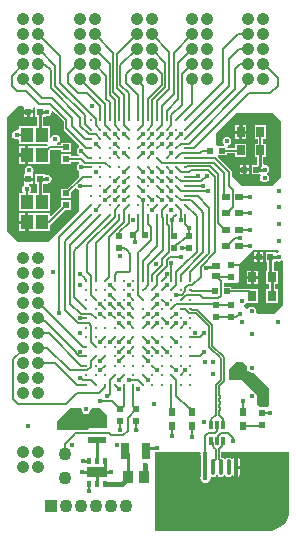
<source format=gtl>
G04*
G04 #@! TF.GenerationSoftware,Altium Limited,Altium Designer,20.2.6 (244)*
G04*
G04 Layer_Physical_Order=1*
G04 Layer_Color=255*
%FSLAX25Y25*%
%MOIN*%
G70*
G04*
G04 #@! TF.SameCoordinates,98B12EC8-E559-45FE-9E7D-FCD1A3165D23*
G04*
G04*
G04 #@! TF.FilePolarity,Positive*
G04*
G01*
G75*
%ADD15R,0.01575X0.01850*%
%ADD16R,0.01378X0.03150*%
%ADD17C,0.01181*%
%ADD18O,0.01575X0.05315*%
%ADD19R,0.07480X0.07087*%
G04:AMPARAMS|DCode=20|XSize=62.99mil|YSize=55.12mil|CornerRadius=13.78mil|HoleSize=0mil|Usage=FLASHONLY|Rotation=180.000|XOffset=0mil|YOffset=0mil|HoleType=Round|Shape=RoundedRectangle|*
%AMROUNDEDRECTD20*
21,1,0.06299,0.02756,0,0,180.0*
21,1,0.03543,0.05512,0,0,180.0*
1,1,0.02756,-0.01772,0.01378*
1,1,0.02756,0.01772,0.01378*
1,1,0.02756,0.01772,-0.01378*
1,1,0.02756,-0.01772,-0.01378*
%
%ADD20ROUNDEDRECTD20*%
%ADD21R,0.01968X0.01968*%
%ADD22R,0.02953X0.02362*%
%ADD23R,0.02362X0.02953*%
%ADD24R,0.02559X0.03347*%
%ADD25R,0.01968X0.01968*%
%ADD26R,0.03937X0.04724*%
%ADD27R,0.06299X0.01968*%
%ADD28C,0.01260*%
%ADD29R,0.03150X0.05512*%
%ADD30R,0.03543X0.03937*%
%ADD31R,0.02520X0.02362*%
%ADD53C,0.04331*%
%ADD54R,0.04331X0.04331*%
%ADD55C,0.00500*%
%ADD56C,0.00500*%
%ADD57R,0.06693X0.03740*%
%ADD58C,0.01181*%
%ADD59C,0.01000*%
%ADD60C,0.01575*%
%ADD61O,0.03543X0.06299*%
%ADD62C,0.04134*%
%ADD63C,0.01772*%
G36*
X37008Y39370D02*
Y35039D01*
X30709Y35039D01*
X30315Y34646D01*
X20079Y34646D01*
Y37402D01*
X24409Y41732D01*
X28100D01*
X28417Y41346D01*
X28416Y41339D01*
X28530Y40762D01*
X28857Y40274D01*
X29345Y39948D01*
X29921Y39833D01*
X30497Y39948D01*
X30986Y40274D01*
X31312Y40762D01*
X31427Y41339D01*
X31425Y41346D01*
X31742Y41732D01*
X34646D01*
X37008Y39370D01*
D02*
G37*
G36*
X97622Y7874D02*
X97622Y7874D01*
X97622D01*
X97486Y6494D01*
X97084Y5168D01*
X96430Y3946D01*
X95551Y2874D01*
X94479Y1995D01*
X93257Y1342D01*
X91931Y939D01*
X90551Y803D01*
X90551Y803D01*
Y803D01*
X90551Y803D01*
X52756D01*
Y27165D01*
X67643D01*
X68036Y26665D01*
X67979Y26378D01*
X68109Y25725D01*
X68280Y25469D01*
Y24748D01*
X68202Y24630D01*
X68079Y24016D01*
Y20276D01*
X68202Y19661D01*
X68280Y19544D01*
Y19413D01*
X68109Y19157D01*
X67979Y18504D01*
X68109Y17851D01*
X68479Y17298D01*
X69032Y16928D01*
X69685Y16798D01*
X70338Y16928D01*
X70891Y17298D01*
X71261Y17851D01*
X71391Y18504D01*
X71372Y18600D01*
X71504Y18749D01*
X71811Y18957D01*
X72244Y18871D01*
X72782Y18978D01*
X73217Y19269D01*
X73349Y19336D01*
X73698D01*
X73830Y19269D01*
X74265Y18978D01*
X74803Y18871D01*
X75341Y18978D01*
X75776Y19269D01*
X75908Y19336D01*
X76257D01*
X76389Y19269D01*
X76825Y18978D01*
X77362Y18871D01*
X77900Y18978D01*
X78335Y19269D01*
X78468Y19336D01*
X78816D01*
X78948Y19269D01*
X79384Y18978D01*
X79421Y18970D01*
Y22146D01*
Y25321D01*
X79384Y25314D01*
X78948Y25023D01*
X78816Y24955D01*
X78468D01*
X78335Y25023D01*
X77900Y25314D01*
X77362Y25421D01*
X76825Y25314D01*
X76389Y25023D01*
X76257Y24955D01*
X75908D01*
X75776Y25023D01*
X75341Y25314D01*
X74979Y25386D01*
Y27165D01*
X97622D01*
Y7874D01*
D02*
G37*
G36*
X83660Y55711D02*
X83649Y55694D01*
X83534Y55118D01*
X83649Y54542D01*
X83975Y54054D01*
X84463Y53727D01*
X85039Y53613D01*
X85615Y53727D01*
X85632Y53738D01*
X90945Y48425D01*
X90945Y42913D01*
X90158Y42126D01*
X87795D01*
X87008Y42913D01*
Y46063D01*
X81890Y51181D01*
X77559D01*
Y54724D01*
X79921Y57087D01*
X82284D01*
X83660Y55711D01*
D02*
G37*
G36*
X9055Y142020D02*
Y141051D01*
X10630D01*
X12205D01*
Y141806D01*
X12563Y142208D01*
X12652Y142254D01*
X12878Y142243D01*
X12992Y142020D01*
Y138976D01*
X13455D01*
Y136179D01*
X13102Y135825D01*
X12599Y135825D01*
X12099Y135825D01*
X7481D01*
Y134677D01*
X6981Y134320D01*
X6693Y134377D01*
X6117Y134263D01*
X5629Y133937D01*
X5302Y133448D01*
X5188Y132872D01*
X5302Y132296D01*
X5629Y131808D01*
X6117Y131481D01*
X6693Y131367D01*
X6981Y131424D01*
X7481Y131068D01*
Y129919D01*
X12099D01*
X12599Y129919D01*
X13099Y129919D01*
X16873D01*
X16942Y129833D01*
X17087Y129421D01*
X16877Y129148D01*
X16794Y129132D01*
X13099D01*
X12599Y129132D01*
X12099Y129132D01*
X10540D01*
Y126179D01*
Y123226D01*
X12099D01*
X12599Y123226D01*
X13099Y123226D01*
X17717D01*
Y127579D01*
X17876Y127685D01*
X18074Y127883D01*
X21654D01*
Y127165D01*
X24803D01*
Y130315D01*
X21654D01*
Y129597D01*
X20269D01*
X20220Y130097D01*
X20261Y130105D01*
X20749Y130432D01*
X21076Y130920D01*
X21190Y131496D01*
X21076Y132072D01*
X20749Y132561D01*
X20261Y132887D01*
X19685Y133001D01*
X19109Y132887D01*
X18621Y132561D01*
X18294Y132072D01*
X18217Y131685D01*
X17717Y131735D01*
Y135825D01*
X15679D01*
Y138887D01*
X16142Y138976D01*
D01*
X16642Y139103D01*
X16929Y139046D01*
X17505Y139161D01*
X17993Y139487D01*
X18320Y139975D01*
X18434Y140551D01*
X18405Y140700D01*
X18866Y140946D01*
X19866Y139945D01*
X19866Y139945D01*
X22371Y137440D01*
Y135039D01*
X22437Y134711D01*
X22622Y134433D01*
X27559Y129497D01*
Y128808D01*
X27282Y128623D01*
X26956Y128135D01*
X26841Y127559D01*
X26956Y126983D01*
X27282Y126495D01*
X27559Y126310D01*
Y125660D01*
X24803D01*
Y126378D01*
X21654D01*
Y123228D01*
X24803D01*
Y123946D01*
X27559D01*
Y123297D01*
X27282Y123112D01*
X26956Y122623D01*
X26841Y122047D01*
X26956Y121471D01*
X27282Y120983D01*
X27559Y120798D01*
Y118929D01*
X23591Y114961D01*
X21654D01*
Y111811D01*
X24803D01*
Y113749D01*
X26114Y115059D01*
X26711Y114949D01*
X26888Y114684D01*
X27377Y114357D01*
X27559Y114321D01*
Y107480D01*
X17323Y97244D01*
X7087Y97244D01*
X3543Y100787D01*
X3543Y138976D01*
X7087Y142520D01*
X8798D01*
X9055Y142020D01*
D02*
G37*
G36*
X94882Y137402D02*
Y118898D01*
X91732Y115748D01*
X81890D01*
X78465Y119173D01*
Y120423D01*
X78400Y120751D01*
X78214Y121029D01*
X73759Y125484D01*
X73966Y125984D01*
X76772D01*
Y126702D01*
X79528D01*
Y125394D01*
X83268D01*
Y129921D01*
X79528D01*
Y128416D01*
X77141D01*
X76955Y128668D01*
X77106Y129254D01*
X77207Y129290D01*
X77348Y129318D01*
X77836Y129644D01*
X78162Y130133D01*
X78277Y130709D01*
X78162Y131285D01*
X77836Y131773D01*
X77348Y132099D01*
X76772Y132214D01*
X76196Y132099D01*
X75707Y131773D01*
X75381Y131285D01*
X75266Y130709D01*
X75381Y130133D01*
X75707Y129644D01*
X75723Y129634D01*
X75571Y129134D01*
X73728D01*
X73228Y129391D01*
X73228Y133465D01*
X79921Y140157D01*
X92126D01*
X94882Y137402D01*
D02*
G37*
G36*
X94085Y94104D02*
X93891Y93591D01*
X93518Y93517D01*
X93413Y93446D01*
X92913Y93701D01*
Y93701D01*
X89764D01*
Y90551D01*
X90227D01*
Y87598D01*
X89961D01*
Y83071D01*
X90719D01*
Y81496D01*
X89961D01*
Y76968D01*
X93701D01*
Y81496D01*
X92943D01*
Y83071D01*
X93701D01*
Y87598D01*
X92450D01*
Y90461D01*
X92913Y90551D01*
D01*
X93413Y90806D01*
X93518Y90735D01*
X94095Y90621D01*
X94670Y90735D01*
X95159Y91062D01*
X95169Y91077D01*
X95669Y90926D01*
Y75984D01*
X92913Y73228D01*
X86844D01*
X86488Y73728D01*
X86545Y74016D01*
X86430Y74592D01*
X86104Y75080D01*
X85615Y75406D01*
X85039Y75521D01*
X84463Y75406D01*
X83975Y75080D01*
X83879Y74936D01*
X83381Y74887D01*
X82553Y75715D01*
X82670Y76305D01*
X82954Y76495D01*
X83082Y76686D01*
X83465Y76968D01*
X87205D01*
Y81496D01*
X84388D01*
X84305Y81512D01*
X84126D01*
X83858Y81566D01*
X78347D01*
Y82284D01*
X75984D01*
Y83465D01*
X80315D01*
X80709Y83858D01*
Y89764D01*
X85227Y94282D01*
X85535Y94488D01*
X93701D01*
X94085Y94104D01*
D02*
G37*
%LPC*%
G36*
X80421Y25321D02*
Y22646D01*
X81326D01*
Y24016D01*
X81219Y24553D01*
X80915Y25009D01*
X80459Y25314D01*
X80421Y25321D01*
D02*
G37*
G36*
X81326Y21646D02*
X80421D01*
Y18970D01*
X80459Y18978D01*
X80915Y19282D01*
X81219Y19738D01*
X81326Y20276D01*
Y21646D01*
D02*
G37*
G36*
X12205Y140051D02*
X11130D01*
Y138976D01*
X12205D01*
Y140051D01*
D02*
G37*
G36*
X10130D02*
X9055D01*
Y138976D01*
X10130D01*
Y140051D01*
D02*
G37*
G36*
X9540Y129132D02*
X7481D01*
Y126679D01*
X9540D01*
Y129132D01*
D02*
G37*
G36*
Y125679D02*
X7481D01*
Y123226D01*
X9540D01*
Y125679D01*
D02*
G37*
G36*
X10866Y122529D02*
X10290Y122414D01*
X9802Y122088D01*
X9475Y121600D01*
X9361Y121024D01*
X9475Y120448D01*
X9651Y120185D01*
X9384Y119685D01*
X9055D01*
Y118610D01*
X10630D01*
X12205D01*
Y119685D01*
X12205D01*
X12082Y120185D01*
X12257Y120448D01*
X12371Y121024D01*
X12257Y121600D01*
X11930Y122088D01*
X11442Y122414D01*
X10866Y122529D01*
D02*
G37*
G36*
X16142Y119685D02*
Y119685D01*
X12992D01*
Y116535D01*
X13455D01*
Y113738D01*
X13102Y113384D01*
X12599Y113384D01*
X12099Y113384D01*
X11465D01*
X11229Y113884D01*
X11431Y114187D01*
X11546Y114763D01*
X11431Y115339D01*
X11105Y115827D01*
X10793Y116035D01*
X10945Y116535D01*
X12205D01*
Y117610D01*
X10630D01*
X9055D01*
Y116535D01*
X9136D01*
X9287Y116035D01*
X8976Y115827D01*
X8649Y115339D01*
X8535Y114763D01*
X8649Y114187D01*
X8852Y113884D01*
X8615Y113384D01*
X7481D01*
Y107478D01*
X12099D01*
X12599Y107478D01*
X13099Y107478D01*
X17717D01*
Y113384D01*
X15679D01*
Y116446D01*
X16142Y116535D01*
D01*
X16642Y116662D01*
X16929Y116605D01*
X17505Y116719D01*
X17993Y117046D01*
X18320Y117534D01*
X18434Y118110D01*
X18320Y118686D01*
X17993Y119175D01*
X17505Y119501D01*
X16929Y119615D01*
X16642Y119558D01*
X16142Y119685D01*
D02*
G37*
G36*
X24803Y111024D02*
X21654D01*
Y109086D01*
X18179Y105612D01*
X17717Y105803D01*
Y106691D01*
X13099D01*
X12599Y106691D01*
X12099Y106691D01*
X10540D01*
Y103738D01*
Y100786D01*
X12099D01*
X12599Y100786D01*
X13099Y100786D01*
X17717D01*
Y102921D01*
X17846Y102946D01*
X18124Y103132D01*
X22866Y107874D01*
X24803D01*
Y111024D01*
D02*
G37*
G36*
X9540Y106691D02*
X7481D01*
Y104238D01*
X9540D01*
Y106691D01*
D02*
G37*
G36*
Y103238D02*
X7481D01*
Y100786D01*
X9540D01*
Y103238D01*
D02*
G37*
G36*
X83268Y136024D02*
X81898D01*
Y134260D01*
X83268D01*
Y136024D01*
D02*
G37*
G36*
X80898D02*
X79528D01*
Y134260D01*
X80898D01*
Y136024D01*
D02*
G37*
G36*
X83268Y133260D02*
X81898D01*
Y131496D01*
X83268D01*
Y133260D01*
D02*
G37*
G36*
X80898D02*
X79528D01*
Y131496D01*
X80898D01*
Y133260D01*
D02*
G37*
G36*
X84252Y122835D02*
X83177D01*
Y121760D01*
X84252D01*
Y122835D01*
D02*
G37*
G36*
X82177D02*
X81102D01*
Y121760D01*
X82177D01*
Y122835D01*
D02*
G37*
G36*
X84252Y120760D02*
X83177D01*
Y119685D01*
X84252D01*
Y120760D01*
D02*
G37*
G36*
X82177D02*
X81102D01*
Y119685D01*
X82177D01*
Y120760D01*
D02*
G37*
G36*
X89764Y136024D02*
X86024D01*
Y131496D01*
X87037D01*
Y129921D01*
X86024D01*
Y125394D01*
X86782D01*
Y123000D01*
X86616Y122835D01*
X85039D01*
Y119685D01*
X87782D01*
X88050Y119185D01*
X87979Y119080D01*
X87865Y118504D01*
X87979Y117928D01*
X88306Y117439D01*
X88794Y117113D01*
X89370Y116999D01*
X89946Y117113D01*
X90434Y117439D01*
X90761Y117928D01*
X90875Y118504D01*
X90761Y119080D01*
X90434Y119568D01*
X90339Y119632D01*
Y120132D01*
X90434Y120195D01*
X90761Y120684D01*
X90875Y121260D01*
X90761Y121836D01*
X90434Y122324D01*
X89946Y122651D01*
X89370Y122765D01*
X89006Y123064D01*
Y125394D01*
X89764D01*
Y129921D01*
X88751D01*
Y131496D01*
X89764D01*
Y136024D01*
D02*
G37*
G36*
X88976Y93701D02*
X87902D01*
Y92626D01*
X88976D01*
Y93701D01*
D02*
G37*
G36*
X86902D02*
X85827D01*
Y92626D01*
X86902D01*
Y93701D01*
D02*
G37*
G36*
X88976Y91626D02*
X87902D01*
Y90551D01*
X88976D01*
Y91626D01*
D02*
G37*
G36*
X86902D02*
X85827D01*
Y90551D01*
X86902D01*
Y91626D01*
D02*
G37*
G36*
X87205Y87598D02*
X85835D01*
Y85835D01*
X87205D01*
Y87598D01*
D02*
G37*
G36*
X84835D02*
X83465D01*
Y85835D01*
X84835D01*
Y87598D01*
D02*
G37*
G36*
X87205Y84835D02*
X85835D01*
Y83071D01*
X87205D01*
Y84835D01*
D02*
G37*
G36*
X84835D02*
X83465D01*
Y83071D01*
X84835D01*
Y84835D01*
D02*
G37*
%LPD*%
D15*
X36024Y16634D02*
D03*
X30906D02*
D03*
X33465D02*
D03*
X30906Y24311D02*
D03*
X33465D02*
D03*
X36024D02*
D03*
D16*
X71653Y30709D02*
D03*
X73622D02*
D03*
X75590D02*
D03*
Y36221D02*
D03*
X71653D02*
D03*
X73621Y36221D02*
D03*
D17*
X29921Y49606D02*
D03*
Y52756D02*
D03*
Y55905D02*
D03*
Y59055D02*
D03*
Y62205D02*
D03*
Y65354D02*
D03*
Y68504D02*
D03*
Y71653D02*
D03*
Y74803D02*
D03*
Y77953D02*
D03*
Y81102D02*
D03*
Y84252D02*
D03*
X33071Y49606D02*
D03*
Y52756D02*
D03*
Y55905D02*
D03*
Y59055D02*
D03*
Y62205D02*
D03*
Y65354D02*
D03*
Y68504D02*
D03*
Y71653D02*
D03*
Y74803D02*
D03*
Y77953D02*
D03*
Y81102D02*
D03*
Y84252D02*
D03*
X36220Y49606D02*
D03*
Y52756D02*
D03*
Y55905D02*
D03*
Y59055D02*
D03*
Y62205D02*
D03*
Y65354D02*
D03*
Y68504D02*
D03*
Y71653D02*
D03*
Y74803D02*
D03*
Y77953D02*
D03*
Y81102D02*
D03*
Y84252D02*
D03*
X39370Y49606D02*
D03*
Y52756D02*
D03*
Y55905D02*
D03*
Y59055D02*
D03*
Y62205D02*
D03*
Y65354D02*
D03*
Y68504D02*
D03*
Y71653D02*
D03*
Y74803D02*
D03*
Y77953D02*
D03*
Y81102D02*
D03*
Y84252D02*
D03*
X42520Y49606D02*
D03*
Y52756D02*
D03*
Y55905D02*
D03*
Y59055D02*
D03*
Y62205D02*
D03*
Y65354D02*
D03*
Y68504D02*
D03*
Y71653D02*
D03*
Y74803D02*
D03*
Y77953D02*
D03*
Y81102D02*
D03*
Y84252D02*
D03*
X45669Y49606D02*
D03*
Y52756D02*
D03*
Y55905D02*
D03*
Y59055D02*
D03*
Y62205D02*
D03*
Y65354D02*
D03*
Y68504D02*
D03*
Y71653D02*
D03*
Y74803D02*
D03*
Y77953D02*
D03*
Y81102D02*
D03*
Y84252D02*
D03*
X48819Y49606D02*
D03*
Y52756D02*
D03*
Y55905D02*
D03*
Y59055D02*
D03*
Y62205D02*
D03*
Y65354D02*
D03*
Y68504D02*
D03*
Y71653D02*
D03*
Y74803D02*
D03*
Y77953D02*
D03*
Y81102D02*
D03*
Y84252D02*
D03*
X51968Y49606D02*
D03*
Y52756D02*
D03*
Y55905D02*
D03*
Y59055D02*
D03*
Y62205D02*
D03*
Y65354D02*
D03*
Y68504D02*
D03*
Y71653D02*
D03*
Y74803D02*
D03*
Y77953D02*
D03*
Y81102D02*
D03*
Y84252D02*
D03*
X55118Y49606D02*
D03*
Y52756D02*
D03*
Y55905D02*
D03*
Y59055D02*
D03*
Y62205D02*
D03*
Y65354D02*
D03*
Y68504D02*
D03*
Y71653D02*
D03*
Y74803D02*
D03*
Y77953D02*
D03*
Y81102D02*
D03*
Y84252D02*
D03*
X58268Y49606D02*
D03*
Y52756D02*
D03*
Y55905D02*
D03*
Y59055D02*
D03*
Y62205D02*
D03*
Y65354D02*
D03*
Y68504D02*
D03*
Y71653D02*
D03*
Y74803D02*
D03*
Y77953D02*
D03*
Y81102D02*
D03*
Y84252D02*
D03*
X61417Y49606D02*
D03*
Y52756D02*
D03*
Y55905D02*
D03*
Y59055D02*
D03*
Y62205D02*
D03*
Y65354D02*
D03*
Y68504D02*
D03*
Y71653D02*
D03*
Y74803D02*
D03*
Y77953D02*
D03*
Y81102D02*
D03*
Y84252D02*
D03*
X64567Y49606D02*
D03*
Y52756D02*
D03*
Y55905D02*
D03*
Y59055D02*
D03*
Y62205D02*
D03*
Y65354D02*
D03*
Y68504D02*
D03*
Y71653D02*
D03*
Y74803D02*
D03*
Y77953D02*
D03*
Y81102D02*
D03*
Y84252D02*
D03*
D18*
X77362Y22146D02*
D03*
X79921D02*
D03*
X69685D02*
D03*
X72244D02*
D03*
X74803D02*
D03*
D19*
X70079Y11614D02*
D03*
X79528D02*
D03*
D20*
X62205Y21260D02*
D03*
X87402D02*
D03*
D21*
X40945Y99213D02*
D03*
Y95276D02*
D03*
X88583Y36220D02*
D03*
Y40157D02*
D03*
X23228Y109449D02*
D03*
Y113386D02*
D03*
Y128740D02*
D03*
Y124803D02*
D03*
X41339Y41339D02*
D03*
Y37402D02*
D03*
X46457Y41339D02*
D03*
Y37402D02*
D03*
X59055Y99213D02*
D03*
Y95276D02*
D03*
X64173D02*
D03*
Y99213D02*
D03*
X73228Y72047D02*
D03*
Y75984D02*
D03*
X78347D02*
D03*
Y72047D02*
D03*
X78347Y89370D02*
D03*
Y85433D02*
D03*
D22*
X76476Y112205D02*
D03*
X81004D02*
D03*
X76476Y106693D02*
D03*
X81004D02*
D03*
X76476Y101181D02*
D03*
X81004D02*
D03*
X76476Y95669D02*
D03*
X81004D02*
D03*
D23*
X65354Y40453D02*
D03*
Y35925D02*
D03*
X58661Y40453D02*
D03*
Y35925D02*
D03*
X82284Y40453D02*
D03*
Y35925D02*
D03*
D24*
X87894Y133760D02*
D03*
Y127657D02*
D03*
X81398Y133760D02*
D03*
Y127657D02*
D03*
X91831Y85335D02*
D03*
Y79232D02*
D03*
X85335Y85335D02*
D03*
Y79232D02*
D03*
D25*
X76772Y80709D02*
D03*
X72835D02*
D03*
X91339Y92126D02*
D03*
X87402D02*
D03*
X14567Y118110D02*
D03*
X10630D02*
D03*
X14567Y140551D02*
D03*
X10630D02*
D03*
X45669Y99606D02*
D03*
X49606D02*
D03*
X75197Y127559D02*
D03*
X71260D02*
D03*
X86614Y121260D02*
D03*
X82677D02*
D03*
D26*
X15158Y103738D02*
D03*
X10040D02*
D03*
X15158Y110431D02*
D03*
X10040D02*
D03*
X15158Y126179D02*
D03*
X10040D02*
D03*
X15158Y132872D02*
D03*
X10040D02*
D03*
D27*
X33465Y31299D02*
D03*
Y37205D02*
D03*
D28*
X62992Y106299D02*
D03*
X59843D02*
D03*
X56693D02*
D03*
X53543D02*
D03*
X50394D02*
D03*
X47244D02*
D03*
X44094D02*
D03*
X40945D02*
D03*
X37795D02*
D03*
X34646D02*
D03*
X31496D02*
D03*
X62992Y109449D02*
D03*
X59843D02*
D03*
X56693D02*
D03*
X53543D02*
D03*
X50394D02*
D03*
X47244D02*
D03*
X44094D02*
D03*
X40945D02*
D03*
X37795D02*
D03*
X34646D02*
D03*
X31496D02*
D03*
X62992Y112599D02*
D03*
X59843D02*
D03*
X56693D02*
D03*
X53543D02*
D03*
X50394D02*
D03*
X47244D02*
D03*
X44094D02*
D03*
X40945D02*
D03*
X37795D02*
D03*
X34646D02*
D03*
X31496D02*
D03*
X62992Y115748D02*
D03*
X59843D02*
D03*
X56693D02*
D03*
X53543D02*
D03*
X50394D02*
D03*
X47244D02*
D03*
X44094D02*
D03*
X40945D02*
D03*
X37795D02*
D03*
X34646D02*
D03*
X31496D02*
D03*
X62992Y118898D02*
D03*
X59843D02*
D03*
X56693D02*
D03*
X53543D02*
D03*
X50394D02*
D03*
X47244D02*
D03*
X44094D02*
D03*
X40945D02*
D03*
X37795D02*
D03*
X34646D02*
D03*
X31496D02*
D03*
X62992Y122047D02*
D03*
X59843D02*
D03*
X56693D02*
D03*
X53543D02*
D03*
X50394D02*
D03*
X47244D02*
D03*
X44094D02*
D03*
X40945D02*
D03*
X37795D02*
D03*
X34646D02*
D03*
X31496D02*
D03*
X62992Y125197D02*
D03*
X59843D02*
D03*
X56693D02*
D03*
X53543D02*
D03*
X50394D02*
D03*
X47244D02*
D03*
X44094D02*
D03*
X40945D02*
D03*
X37795D02*
D03*
X34646D02*
D03*
X31496D02*
D03*
X62992Y128347D02*
D03*
X59843D02*
D03*
X56693D02*
D03*
X53543D02*
D03*
X50394D02*
D03*
X47244D02*
D03*
X44094D02*
D03*
X40945D02*
D03*
X37795D02*
D03*
X34646D02*
D03*
X31496D02*
D03*
X62992Y131496D02*
D03*
X59843D02*
D03*
X56693D02*
D03*
X53543D02*
D03*
X50394D02*
D03*
X47244D02*
D03*
X44094D02*
D03*
X40945D02*
D03*
X37795D02*
D03*
X34646D02*
D03*
X31496D02*
D03*
X62992Y134646D02*
D03*
X59843D02*
D03*
X56693D02*
D03*
X53543D02*
D03*
X50394D02*
D03*
X47244D02*
D03*
X44094D02*
D03*
X40945D02*
D03*
X37795D02*
D03*
X34646D02*
D03*
X31496D02*
D03*
X62992Y137795D02*
D03*
X59843D02*
D03*
X56693D02*
D03*
X53543D02*
D03*
X50394D02*
D03*
X47244D02*
D03*
X44094D02*
D03*
X40945D02*
D03*
X37795D02*
D03*
X34646D02*
D03*
X31496D02*
D03*
D29*
X42912Y27559D02*
D03*
X49999D02*
D03*
D30*
X49114Y18898D02*
D03*
X43799D02*
D03*
D31*
X73228Y89134D02*
D03*
Y85669D02*
D03*
D53*
X22835Y26378D02*
D03*
Y18504D02*
D03*
X43209Y9055D02*
D03*
X38209D02*
D03*
X33209D02*
D03*
X28209D02*
D03*
X23209D02*
D03*
D54*
X18209D02*
D03*
D55*
X26205Y94709D02*
G03*
X25984Y94178I529J-532D01*
G01*
X70866Y108347D02*
G03*
X70647Y108881I-750J4D01*
G01*
X68898Y106776D02*
G03*
X68677Y107308I-750J0D01*
G01*
X66710Y93875D02*
G03*
X66929Y94405I-530J530D01*
G01*
X24410Y77055D02*
G03*
X24628Y76553I750J28D01*
G01*
X27733Y73448D02*
G03*
X28263Y73228I530J530D01*
G01*
X23056Y97662D02*
G03*
X22835Y97130I529J-532D01*
G01*
X24409Y77082D02*
G03*
X24410Y77055I750J0D01*
G01*
X70647Y93087D02*
G03*
X70866Y93622I-530J530D01*
G01*
X23056Y30142D02*
G03*
X22835Y29611I529J-532D01*
G01*
X26683Y33465D02*
G03*
X26159Y33246I5J-750D01*
G01*
X66929Y105201D02*
G03*
X66710Y105731I-750J0D01*
G01*
X67151Y112376D02*
G03*
X66618Y112599I-533J-528D01*
G01*
X65183Y110801D02*
G03*
X64650Y111024I-533J-528D01*
G01*
X68678Y93481D02*
G03*
X68898Y94011I-530J530D01*
G01*
X73621Y34251D02*
Y36221D01*
X72691Y33321D02*
X73621Y34251D01*
X69685Y26378D02*
Y32472D01*
X70535Y33321D01*
X72691D01*
X74122Y47771D02*
Y49086D01*
Y46014D02*
Y47771D01*
Y46014D02*
X74450D01*
Y45014D02*
Y46014D01*
X74122Y45014D02*
X74450D01*
X74122Y44014D02*
Y45014D01*
Y44014D02*
X74450D01*
Y43014D02*
Y44014D01*
X74122Y43014D02*
X74450D01*
X74122Y42014D02*
Y43014D01*
Y42014D02*
X74450D01*
Y41014D02*
Y42014D01*
X74122Y41014D02*
X74450D01*
X74122Y40014D02*
Y41014D01*
Y39514D02*
Y40014D01*
X74803Y51181D02*
Y58268D01*
X75803Y50767D02*
Y58682D01*
X71654Y61417D02*
X74410Y58661D01*
X74803Y58268D01*
X65181Y73570D02*
X66475D01*
X70866Y69179D01*
Y62205D02*
Y69179D01*
Y62205D02*
X71654Y61417D01*
X64053Y73563D02*
X65174D01*
X62813Y74803D02*
X64053Y73563D01*
X61417Y74803D02*
X62813D01*
X65174Y73563D02*
X65181Y73570D01*
X71866Y62619D02*
X75803Y58682D01*
X65282Y74570D02*
X66889D01*
X71866Y69593D01*
Y62619D02*
Y69593D01*
X64567Y74803D02*
X64697Y74673D01*
X65179D01*
X65282Y74570D01*
X73122Y49500D02*
X74803Y51181D01*
X73122Y39514D02*
Y49500D01*
X74122Y49086D02*
X75803Y50767D01*
X74122Y39514D02*
X75590Y38046D01*
Y36221D02*
Y38046D01*
X71653D02*
X73122Y39514D01*
X71653Y36221D02*
Y38046D01*
X59843Y76378D02*
X72568D01*
X63084Y79528D02*
X67716D01*
X65354Y82677D02*
X68110Y85433D01*
X63779Y82677D02*
X65354D01*
X62992Y81890D02*
X63779Y82677D01*
X62992Y80709D02*
Y81890D01*
X61811Y79528D02*
X62992Y80709D01*
X10040Y110431D02*
Y114763D01*
X73872Y32534D02*
X74803Y33465D01*
X77165D01*
X73622Y30709D02*
X73872Y30960D01*
Y32534D01*
X72244Y22146D02*
Y24016D01*
X74803Y22146D02*
Y24120D01*
X75151Y30270D02*
X75590Y30709D01*
X75151Y29056D02*
Y30270D01*
X74580Y28484D02*
X75151Y29056D01*
X74561Y28484D02*
X74580D01*
X74122Y28045D02*
X74561Y28484D01*
X74122Y24802D02*
Y28045D01*
Y24802D02*
X74803Y24120D01*
X73122Y24893D02*
Y28045D01*
X72244Y24016D02*
X73122Y24893D01*
X72682Y28484D02*
X73122Y28045D01*
X72664Y28484D02*
X72682D01*
X72092Y29056D02*
X72664Y28484D01*
X72092Y29056D02*
Y30270D01*
X71653Y30709D02*
X72092Y30270D01*
X25984Y94178D02*
X25984D01*
Y78745D02*
Y94178D01*
X27136Y95640D02*
X37795Y106299D01*
X26205Y94709D02*
X27136Y95640D01*
X30315Y96457D02*
X39370Y105512D01*
X30315Y87008D02*
Y96457D01*
X39370Y105512D02*
Y107874D01*
X33071Y84252D02*
Y96850D01*
X40852Y104632D01*
X37402Y85433D02*
Y98819D01*
X42520Y103937D01*
Y104724D01*
X42520Y104725D01*
X30315Y87008D02*
X31496Y85827D01*
X62992Y109449D02*
X66710Y105731D01*
X67151Y112376D02*
X70647Y108881D01*
X68898Y106776D02*
X68898Y96850D01*
X68605Y107379D02*
X68677Y107308D01*
X62205Y89370D02*
X66710Y93875D01*
X43378Y94417D02*
X44488Y93307D01*
Y87447D02*
Y93307D01*
X44291Y87250D02*
X44488Y87447D01*
X51462Y97919D02*
Y98786D01*
X48031Y94488D02*
X51462Y97919D01*
X53543Y95723D02*
Y106299D01*
X50394Y89370D02*
X51579Y90555D01*
X50394Y82677D02*
Y89370D01*
X49360Y81644D02*
X50394Y82677D01*
X36220Y84252D02*
X37402Y85433D01*
X55512Y94488D02*
Y105118D01*
X54921Y93898D02*
X55512Y94488D01*
X40945Y100394D02*
X44094Y103543D01*
X24628Y76553D02*
X27733Y73448D01*
X28263Y73228D02*
X28896Y73228D01*
X66929Y94920D02*
Y102173D01*
X70866Y93906D02*
Y108347D01*
X47244Y93701D02*
X47736Y94193D01*
X47244Y79528D02*
Y93701D01*
X53543Y95669D02*
Y95723D01*
X48819Y90945D02*
X53543Y95669D01*
X48819Y89226D02*
Y90945D01*
X50394Y103077D02*
Y106299D01*
Y103077D02*
X51069Y102403D01*
X51579Y90555D02*
X54921Y93898D01*
X57874Y92126D02*
X61417D01*
X56732Y90984D02*
X57874Y92126D01*
X56732Y89015D02*
Y90984D01*
X48819Y81102D02*
X49360Y81644D01*
X57421Y93733D02*
Y102441D01*
X56693Y103169D02*
X57421Y102441D01*
X58661Y104331D02*
X58905Y104574D01*
X58661Y99606D02*
Y104331D01*
X55118Y105512D02*
X55512Y105118D01*
X55118Y105512D02*
Y107874D01*
X56693Y109449D01*
X55832Y92144D02*
X57421Y93733D01*
X20866Y98819D02*
X31496Y109449D01*
X20866Y73622D02*
Y98819D01*
X24409Y94965D02*
X24409D01*
X24409Y96063D02*
X34646Y106299D01*
X29528Y104134D02*
X31496Y106102D01*
X23056Y97662D02*
X29528Y104134D01*
X24409Y77082D02*
Y94965D01*
X22835Y74409D02*
Y97130D01*
X24409Y94965D02*
Y96063D01*
X22835Y97130D02*
X22835D01*
X31496Y106102D02*
Y106299D01*
X22835Y74409D02*
X27165Y70079D01*
X33071Y107874D02*
X34646Y109449D01*
X27953Y51968D02*
X28740Y51181D01*
X31496D01*
X33071Y49606D01*
X70473Y121260D02*
X72835Y118898D01*
X64961Y121260D02*
X70473D01*
X70079Y119291D02*
Y119291D01*
X68110Y117323D02*
X70079Y119291D01*
X64173Y120472D02*
X64961Y121260D01*
X71260Y122441D02*
X74016Y119685D01*
Y103346D02*
Y119685D01*
X63591Y122441D02*
X71260D01*
X75984Y112697D02*
X76476Y112205D01*
X75984Y112697D02*
Y120079D01*
X72441Y123622D02*
X75984Y120079D01*
X77608Y115699D02*
X78740Y114567D01*
X77608Y115699D02*
Y120423D01*
X72835Y125197D02*
X77608Y120423D01*
X74016Y103346D02*
X76181Y101181D01*
X72835Y93701D02*
Y118898D01*
X68110Y88976D02*
X72835Y93701D01*
X62992Y122047D02*
X63198D01*
X63591Y122441D01*
X55118Y123622D02*
X72441D01*
X53543Y125197D02*
X55118Y123622D01*
X76772Y95669D02*
X79528Y98425D01*
X81102D01*
X76476Y106693D02*
X76772D01*
X77703Y107624D01*
Y107919D01*
X78740Y108957D01*
Y114567D01*
X81004Y112205D02*
X84646D01*
X25984Y78745D02*
X29921Y74803D01*
X27953Y86614D02*
X29581Y84986D01*
Y84777D02*
Y84986D01*
Y84777D02*
X29921Y84436D01*
Y84252D02*
Y84436D01*
X55118Y91339D02*
X55832Y92052D01*
Y92144D01*
X68110Y85433D02*
Y88976D01*
X70866Y93622D02*
Y93906D01*
X64567Y87008D02*
X70647Y93087D01*
X61417Y77953D02*
X61509D01*
X63084Y79528D01*
X59842Y79528D02*
X61811D01*
X73543Y85433D02*
X78347D01*
X73543D02*
X74238Y84738D01*
Y84659D02*
Y84738D01*
Y84659D02*
X74803Y84095D01*
Y79134D02*
Y84095D01*
X74016Y78347D02*
X74803Y79134D01*
X68898Y78347D02*
X74016D01*
X67716Y79528D02*
X68898Y78347D01*
X65145Y80709D02*
X72835D01*
X64751Y81102D02*
X65145Y80709D01*
X64567Y81102D02*
X64751D01*
X58268Y71654D02*
X59842Y73228D01*
X51968Y86221D02*
X55118Y89370D01*
Y91339D01*
X48819Y84252D02*
Y89226D01*
X51968Y84252D02*
Y86221D01*
X56693Y103169D02*
X56693Y103169D01*
Y106299D01*
X58268Y90158D02*
Y90551D01*
Y84252D02*
Y90158D01*
X53543Y85827D02*
X56732Y89015D01*
X53543Y82677D02*
Y85827D01*
X47736Y94193D02*
X48031Y94488D01*
X51462Y98786D02*
Y102009D01*
X55118Y77953D02*
X56693Y76378D01*
X51968Y74803D02*
X53543Y76378D01*
X53504Y79483D02*
Y79489D01*
X51974Y77953D02*
X53504Y79483D01*
X51968Y77953D02*
X51974D01*
X51968Y107874D02*
X53543Y109449D01*
X51069Y102403D02*
X51462Y102009D01*
X56693Y82677D02*
X56766D01*
X55118Y81102D02*
X56693Y82677D01*
X50394Y51181D02*
X50414D01*
X48819Y52756D02*
X50394Y51181D01*
X44094Y51181D02*
X47244D01*
X39370Y49606D02*
X40945Y48031D01*
X28898Y62205D02*
X29921D01*
X14531Y76572D02*
X28898Y62205D01*
X16162Y70846D02*
X26417Y60591D01*
Y59994D02*
Y60591D01*
X13917Y71791D02*
X14901D01*
X15846Y70846D01*
X16162D01*
X26417Y59994D02*
X27356Y59055D01*
X29921D01*
X37795Y82677D02*
X39370Y81102D01*
X55118Y71654D02*
X56693Y70079D01*
X55118Y84252D02*
X56450Y85583D01*
Y86106D01*
X56693Y86349D01*
X58268Y68504D02*
X59843Y70079D01*
X26689Y33465D02*
X37402D01*
X22835Y25984D02*
Y29611D01*
X22835D02*
X22835D01*
X23056Y30142D02*
X26159Y33246D01*
X26683Y33465D02*
X26689Y33465D01*
X37402D02*
X38189Y32677D01*
X42126D01*
X43701Y34252D01*
Y38583D01*
X46457Y41339D01*
X31496Y57480D02*
X33071Y59055D01*
X31496Y55512D02*
Y57480D01*
X30315Y54331D02*
X31496Y55512D01*
X24409Y54331D02*
X30315D01*
X16929Y61811D02*
X24409Y54331D01*
X14331Y61811D02*
X16929D01*
X13917Y61791D02*
X14331Y61811D01*
X13917Y76791D02*
X14531Y76572D01*
X8702Y61182D02*
X8917Y61791D01*
X5512Y57992D02*
X8702Y61182D01*
X5512Y44882D02*
Y57992D01*
Y44882D02*
X7087Y43307D01*
X23228D01*
X26772Y46850D01*
X34252D01*
X36167Y48766D01*
Y49553D01*
X36220Y49606D01*
X26772D02*
X29921D01*
X19587Y56791D02*
X26772Y49606D01*
X13917Y56791D02*
X19587D01*
X28346Y55905D02*
X29921D01*
X17461Y66791D02*
X28346Y55905D01*
X13917Y66791D02*
X17461D01*
X58661Y32388D02*
Y35925D01*
X82284Y40453D02*
Y44094D01*
X78741Y30709D02*
Y31889D01*
X30709Y16437D02*
X30906Y16634D01*
X30709Y14173D02*
Y16437D01*
X46457Y34646D02*
X47096D01*
X46457Y35504D02*
Y37402D01*
X51968Y81102D02*
X53543Y82677D01*
X44094Y103543D02*
Y106299D01*
X40945Y99213D02*
Y100394D01*
X44049Y87008D02*
X44291Y87250D01*
X42520Y95276D02*
X43378Y94417D01*
X39370Y84252D02*
Y86221D01*
X40157Y87008D01*
X44049D01*
X40945Y95276D02*
X42520D01*
X65183Y110801D02*
X68605Y107379D01*
X66929Y94405D02*
Y94920D01*
Y102173D02*
X66929Y105201D01*
X28896Y73228D02*
X31496D01*
X59843Y87008D02*
X62205Y89370D01*
X68898Y96850D02*
X68898Y94011D01*
X61417Y111024D02*
X64650D01*
X61417Y86221D02*
X68678Y93481D01*
X62992Y112599D02*
X66618D01*
X31496Y79528D02*
Y85827D01*
X27953Y115748D02*
X31496D01*
X20472Y140551D02*
X23228Y137795D01*
X17717Y143307D02*
X20472Y140551D01*
X37008Y45669D02*
Y45728D01*
X37795Y46516D01*
X73228Y72047D02*
X78347D01*
X79921D02*
X81102Y73228D01*
X78347Y72047D02*
X79921D01*
X88583Y40157D02*
X91339D01*
X78347Y89370D02*
X82284D01*
X83465Y90551D01*
X6693Y132872D02*
X10040D01*
X38583Y44094D02*
X41339Y41339D01*
X34646Y44094D02*
X38583D01*
X41339Y34646D02*
Y37402D01*
X77165Y33465D02*
X78741Y31889D01*
X61417Y52756D02*
X62992Y54331D01*
X58268Y55905D02*
X59843Y54331D01*
X64567Y59055D02*
X67717D01*
X69291Y60630D01*
X65354Y32283D02*
Y35925D01*
X82284D02*
X88287D01*
X88583Y36220D01*
X40852Y104632D02*
Y106207D01*
X40945Y106299D01*
X42520Y104725D02*
Y107874D01*
X42520Y42520D02*
Y49606D01*
X45669Y42512D02*
Y49606D01*
Y42512D02*
X45722Y42459D01*
X34646Y128347D02*
X34646D01*
X33071Y129921D02*
X34646Y128347D01*
X73228Y75984D02*
X78347D01*
X72568Y76378D02*
X73228Y75984D01*
X58268Y74803D02*
X59843Y76378D01*
X69291Y66929D02*
Y66929D01*
X67717Y65354D02*
X69291Y66929D01*
X47244Y79528D02*
X48819Y77953D01*
X87894Y127657D02*
Y133760D01*
X75197Y127559D02*
X81299D01*
X81398Y127657D01*
X62992Y125197D02*
X72835D01*
X62992Y128347D02*
X65748D01*
X84252Y146850D01*
X61417Y129921D02*
X64173D01*
X83352Y149100D01*
X28346Y122047D02*
X31496D01*
X28346Y122047D02*
X28346Y122047D01*
X27953Y115748D02*
X27953Y115748D01*
X17719Y128740D02*
X23228D01*
X17270Y128291D02*
X17719Y128740D01*
X16877Y128291D02*
X17270D01*
X15158Y126573D02*
X16877Y128291D01*
X15158Y126179D02*
Y126573D01*
X36220Y123622D02*
X37795Y122047D01*
X29528Y123622D02*
X36220D01*
X23228Y124803D02*
X28346D01*
X29528Y123622D01*
X31404Y125289D02*
X31496Y125197D01*
X30616Y125289D02*
X31404D01*
X28346Y127559D02*
X30616Y125289D01*
X29921Y128347D02*
X31496D01*
X23228Y135039D02*
X29921Y128347D01*
X23228Y135039D02*
Y137795D01*
X28740Y118898D02*
X31496D01*
X23228Y113386D02*
X28740Y118898D01*
X17518Y103738D02*
X23228Y109449D01*
X15158Y103738D02*
X17518D01*
X56693Y128347D02*
X58268Y129921D01*
Y129921D01*
X88721Y156417D02*
X89252D01*
X93701Y151969D01*
X91339Y146850D02*
X93701Y149213D01*
Y151969D01*
X84252Y146850D02*
X91339D01*
X68504Y127559D02*
X71260D01*
X61417Y126772D02*
X67716D01*
X68504Y127559D01*
X53543Y128347D02*
X55118Y129921D01*
X56693Y131496D02*
X58268Y133071D01*
X53543Y131496D02*
X55118Y133071D01*
X59843Y131496D02*
X61417Y133071D01*
X59843Y128347D02*
X61417Y129921D01*
X50394Y128347D02*
X51968Y129921D01*
X50394Y131496D02*
X51968Y133071D01*
X79528Y148031D02*
Y154724D01*
X62992Y131496D02*
X79528Y148031D01*
X83352Y151049D02*
X83720Y151417D01*
X83352Y149100D02*
Y151049D01*
X62992Y134646D02*
X77559Y149213D01*
Y158268D01*
X81221Y156417D02*
X83720D01*
X79528Y154724D02*
X81221Y156417D01*
X80709Y161417D02*
X83720D01*
X77559Y158268D02*
X80709Y161417D01*
X80590Y166417D02*
X83720D01*
X75590Y161417D02*
X80590Y166417D01*
X62992Y137795D02*
X75590Y150394D01*
Y161417D01*
X61811Y142913D02*
Y153012D01*
X59055Y160256D02*
X65216Y166417D01*
X59055Y146457D02*
Y160256D01*
X60630Y144862D02*
Y156831D01*
X65216Y161417D01*
X55118Y142520D02*
X59055Y146457D01*
X55118Y136221D02*
Y142520D01*
X53543Y137795D02*
Y144095D01*
X56693Y140925D02*
X60630Y144862D01*
X56693Y137795D02*
Y140925D01*
X61811Y153012D02*
X65216Y156417D01*
X58268Y139370D02*
X61811Y142913D01*
X59843Y137795D02*
X65216Y143169D01*
X58268Y136221D02*
Y139370D01*
X65216Y143169D02*
Y151417D01*
X51713Y166417D02*
X57480Y160650D01*
X53543Y144095D02*
X57480Y148031D01*
Y160650D01*
X51713Y161417D02*
X56299Y156831D01*
Y148819D02*
Y156831D01*
X51968Y144488D02*
X56299Y148819D01*
X55118Y149606D02*
Y153012D01*
X50394Y144882D02*
X55118Y149606D01*
X51968Y136221D02*
Y144488D01*
X51713Y156417D02*
X55118Y153012D01*
X50394Y137795D02*
Y144882D01*
X44094Y137795D02*
Y146850D01*
X41339Y149606D02*
X44094Y146850D01*
X41339Y149606D02*
Y156043D01*
X40157Y148425D02*
X42520Y146063D01*
Y136221D02*
Y146063D01*
X32815Y166417D02*
X38976Y160256D01*
Y147244D02*
Y160256D01*
Y147244D02*
X40945Y145275D01*
Y137795D02*
Y145275D01*
X37795Y146063D02*
Y156437D01*
X32815Y161417D02*
X37795Y156437D01*
Y146063D02*
X39370Y144488D01*
Y136221D02*
Y144488D01*
X40157Y148425D02*
Y159862D01*
X32815Y156417D02*
X36614Y152618D01*
Y144882D02*
Y152618D01*
X43307Y153012D02*
X46713Y156417D01*
X43307Y150000D02*
Y153012D01*
X47244Y137795D02*
Y146063D01*
X41339Y156043D02*
X46713Y161417D01*
X43307Y150000D02*
X47244Y146063D01*
X42520Y136221D02*
X44094Y134646D01*
X46713Y151417D02*
X48819Y149311D01*
Y136221D02*
Y149311D01*
X40157Y159862D02*
X46713Y166417D01*
X37795Y137795D02*
Y143701D01*
X36614Y144882D02*
X37795Y143701D01*
X39370Y136221D02*
X40945Y134646D01*
X30315Y146850D02*
X34646Y142520D01*
X24016Y150000D02*
X27165Y146850D01*
X30315D01*
X24016Y150000D02*
Y153150D01*
X5118Y149213D02*
Y152618D01*
Y149213D02*
X6693Y147638D01*
X9843D02*
X14173Y143307D01*
X6693Y147638D02*
X9843D01*
X14173Y143307D02*
X17717D01*
X16234Y156207D02*
X18110Y154331D01*
Y148425D02*
X27953Y138583D01*
X18110Y148425D02*
Y154331D01*
X19685Y149213D02*
X29528Y139370D01*
X14173Y161417D02*
X19685Y155905D01*
Y149213D02*
Y155905D01*
X21260Y150000D02*
X33071Y138189D01*
X21260Y150000D02*
Y159075D01*
X14128Y156207D02*
X16234D01*
X13917Y156417D02*
X14128Y156207D01*
X13917Y166417D02*
X21260Y159075D01*
X27283Y156417D02*
X27815D01*
X24016Y153150D02*
X27283Y156417D01*
X34646Y137795D02*
Y142520D01*
X27815Y151417D02*
X36220Y143012D01*
Y136221D02*
Y143012D01*
X29528Y131496D02*
X31496D01*
X25197Y135827D02*
Y138583D01*
Y135827D02*
X29528Y131496D01*
X27953Y135837D02*
Y138583D01*
X33071Y136221D02*
Y138189D01*
X29528Y136614D02*
Y139370D01*
Y136614D02*
X31496Y134646D01*
X30718Y133071D02*
X33071D01*
X27953Y135837D02*
X30718Y133071D01*
X13917Y161417D02*
X14173D01*
X36220Y136221D02*
X37795Y134646D01*
X18504Y145276D02*
X25197Y138583D01*
X5118Y152618D02*
X8917Y156417D01*
X33071Y133071D02*
X34646Y131496D01*
X8917Y151417D02*
X15059Y145276D01*
X18504D01*
X65354Y40453D02*
Y40748D01*
X64423Y41679D02*
X65354Y40748D01*
X64128Y41679D02*
X64423D01*
X59843Y45965D02*
X64128Y41679D01*
X58268Y40846D02*
X58661Y40453D01*
X58268Y40846D02*
Y49606D01*
X40945Y76378D02*
X42520Y74803D01*
X36220Y114184D02*
X36231D01*
X36209Y111013D02*
X37795Y112599D01*
X36231Y114184D02*
X37795Y115748D01*
X76772Y80709D02*
X83858D01*
X83911Y80655D01*
X84305D01*
X85335Y79626D01*
Y79232D02*
Y79626D01*
X81004Y95669D02*
X84646D01*
X81004Y101181D02*
X84646D01*
X84646Y101181D01*
X81004Y106693D02*
X84646D01*
X84646Y106693D01*
X61417Y114173D02*
X70472D01*
X70472Y114173D01*
X56693Y125197D02*
Y125197D01*
X58268Y126772D01*
X59843Y122047D02*
X61417Y120472D01*
X64173D01*
X66979Y119291D02*
X67323D01*
X66585Y118898D02*
X66979Y119291D01*
X62992Y118898D02*
X66585D01*
X56693Y122047D02*
X58268Y120473D01*
X40945Y57480D02*
X42520Y59055D01*
X40945Y51181D02*
X42520Y52756D01*
X47244Y51181D02*
X48819Y49606D01*
X34646Y54331D02*
X36220Y55905D01*
X29921Y71653D02*
X29921Y71654D01*
X27953Y71653D02*
X29921D01*
X27953Y71653D02*
X27953Y71653D01*
X41339Y41339D02*
X42520Y42520D01*
X45722Y42073D02*
X46457Y41339D01*
X45722Y42073D02*
Y42459D01*
X61417Y84252D02*
Y86221D01*
X64567Y84252D02*
Y87008D01*
X27165Y70079D02*
X30709D01*
X61417Y117323D02*
X68110D01*
X59843Y118898D02*
X61417Y117323D01*
X68898Y115748D02*
X68898Y115748D01*
X62992Y115748D02*
X68898D01*
X61417Y104331D02*
Y107874D01*
X61417Y104331D02*
X61417Y104331D01*
X59055Y95276D02*
X60124Y96344D01*
X60609D01*
X62743Y98478D01*
X63439D01*
X64173Y99213D01*
X64173Y95276D02*
X64173Y95276D01*
X61811Y95276D02*
X64173D01*
X58661Y99606D02*
X59055Y99213D01*
X58905Y105361D02*
X59843Y106299D01*
X58905Y104574D02*
Y105361D01*
X62992Y70079D02*
Y70099D01*
X61417Y68504D02*
X62992Y70079D01*
X64567Y65354D02*
X67717D01*
X59843Y82677D02*
Y87008D01*
X58268Y81102D02*
X59843Y82677D01*
X64173Y99213D02*
X64173Y99213D01*
X64173Y99213D02*
Y101969D01*
X62992Y103150D02*
Y106299D01*
Y103150D02*
X64173Y101969D01*
X30709Y70079D02*
X31496Y69291D01*
Y63780D02*
Y69291D01*
Y63780D02*
X33071Y62205D01*
X31496Y79528D02*
X33071Y77953D01*
X45669Y99606D02*
X46063Y99213D01*
Y97244D02*
Y99213D01*
X48872Y100341D02*
X49606Y99606D01*
X48872Y100341D02*
Y100727D01*
X48819Y100780D02*
X48872Y100727D01*
X48819Y100780D02*
Y111024D01*
X45669Y99606D02*
X47244Y101181D01*
X51968Y55905D02*
X53543Y54331D01*
X48819Y59055D02*
X50394Y57480D01*
Y57469D02*
Y57480D01*
X55118Y62205D02*
X56693Y60630D01*
X48819Y68504D02*
X50394Y70079D01*
X37795Y63779D02*
X39370Y65354D01*
X37784Y63779D02*
X37795D01*
X40956D02*
Y63791D01*
X42520Y65354D01*
X53543Y115748D02*
X55118Y114173D01*
X42520Y133071D02*
X44094Y131496D01*
X42520Y111024D02*
X44094Y112599D01*
X42520Y114173D02*
X44094Y115748D01*
X42520Y114140D02*
Y114173D01*
X44106Y70068D02*
X45669Y68504D01*
X44094Y73228D02*
Y73239D01*
Y70068D02*
X44106D01*
X44094Y73228D02*
X45669Y71654D01*
X42520Y117323D02*
X44094Y118898D01*
X42520Y117312D02*
Y117323D01*
Y120505D02*
X42553D01*
X44094Y122047D01*
X39392Y126750D02*
Y126772D01*
X42520D02*
X44094Y125197D01*
X37795Y46516D02*
Y51181D01*
X34646Y57480D02*
X36220Y59055D01*
X34646Y63779D02*
X36220Y65354D01*
X37795Y73228D02*
X39370Y71654D01*
X37795Y76378D02*
X39370Y74803D01*
X34646Y73228D02*
X36220Y71654D01*
X34646Y76378D02*
X36220Y74803D01*
X37795Y79528D02*
X39370Y77953D01*
X39381Y111024D02*
Y111035D01*
X33071Y136221D02*
X34646Y134646D01*
X44094Y63779D02*
X45669Y65354D01*
X40956Y70068D02*
Y70079D01*
X40945Y73228D02*
X42520Y71654D01*
X44094Y76378D02*
X45669Y74803D01*
X44094Y79528D02*
X45669Y77953D01*
X47244Y101181D02*
Y106299D01*
X51968Y65354D02*
X53543Y63779D01*
X50383D02*
Y63791D01*
X48819Y65354D02*
X50383Y63791D01*
X53543Y63779D02*
X53554D01*
X48819Y71654D02*
X50394Y73228D01*
X51968Y71654D02*
X53543Y73228D01*
X50394Y112599D02*
X51968Y111024D01*
X53543Y112599D02*
X55118Y111024D01*
X53543Y122047D02*
X55118Y120473D01*
X53543Y118898D02*
X55118Y117323D01*
X51957Y120473D02*
Y120484D01*
Y117323D02*
Y117334D01*
X50394Y118898D02*
X51957Y117334D01*
X55118Y117323D02*
X55129D01*
X55118Y120473D02*
X55129D01*
X50394Y122047D02*
X51957Y120484D01*
X50394Y125197D02*
X51968Y126772D01*
X50394Y134646D02*
X51968Y136221D01*
X53543Y134646D02*
X55118Y136221D01*
X59843Y45965D02*
Y51181D01*
X58268Y65354D02*
X59843Y63779D01*
X59843Y115748D02*
X61417Y114173D01*
X59843Y112599D02*
X61417Y111024D01*
X56693Y115748D02*
X58268Y114173D01*
X56693Y112599D02*
X58268Y111024D01*
X56693Y118898D02*
X58268Y117323D01*
X59843Y125197D02*
X61417Y126772D01*
X56693Y134646D02*
X58268Y136221D01*
X37795Y51181D02*
X39370Y52756D01*
X36220Y133071D02*
X37795Y131496D01*
X44105Y60641D02*
X45669Y62205D01*
X44094Y60641D02*
X44105D01*
X40956Y70068D02*
X42520Y68504D01*
X40945Y60630D02*
X42520Y62205D01*
X42520Y107874D02*
X44094Y109449D01*
X48819Y62205D02*
X50383Y60641D01*
X50394D01*
X51968Y68504D02*
X53543Y70079D01*
X51968Y62205D02*
X53543Y60630D01*
X58268Y52756D02*
X59843Y51181D01*
X59843Y109449D02*
X61417Y107874D01*
X31496Y73228D02*
X33071Y71654D01*
X39370Y114173D02*
X40945Y115748D01*
X47244D02*
X48819Y114173D01*
X47244Y112599D02*
X48819Y111024D01*
X39381Y111035D02*
X40945Y112599D01*
X39370Y117323D02*
X40945Y118898D01*
X47244D02*
X48819Y117323D01*
X47244Y122047D02*
X48819Y120473D01*
X39370Y129921D02*
X40945Y128347D01*
X39392Y126750D02*
X40945Y125197D01*
X47244Y125197D02*
X48819Y126772D01*
X47244Y128347D02*
X48819Y129921D01*
X47244Y134646D02*
X48819Y136221D01*
X39370Y107874D02*
X40945Y109449D01*
X39370Y133071D02*
X40945Y131496D01*
X47244D02*
X48819Y133071D01*
D56*
X66710Y105731D02*
D03*
D57*
X33465Y20472D02*
D03*
D58*
X69685Y22146D02*
Y26378D01*
Y18504D02*
Y22146D01*
X69685Y18504D02*
X69685Y18504D01*
X79921Y12795D02*
Y26483D01*
X79134Y12008D02*
X79921Y12795D01*
X61811Y11614D02*
X70079D01*
X79528D01*
X87795D02*
Y20866D01*
X61811D02*
X62205Y21260D01*
X79528Y11614D02*
X87795D01*
X61811D02*
Y20866D01*
X87402Y21260D02*
X87795Y20866D01*
X49569Y19353D02*
X49607Y19390D01*
X49114Y18898D02*
X49569Y19353D01*
X49607Y19390D02*
Y22835D01*
D59*
X50787Y28346D02*
X53543D01*
X49999Y27559D02*
X50787Y28346D01*
X72826Y88731D02*
X73228Y89134D01*
X70037Y88731D02*
X72826D01*
X69889Y88583D02*
X70037Y88731D01*
X28839Y24311D02*
X30906D01*
X29035Y20472D02*
X33465D01*
Y24311D02*
Y31299D01*
X30118Y37205D02*
X33465D01*
X28740Y35827D02*
X30118Y37205D01*
X34653Y20472D02*
X38177Y20478D01*
X43799Y18701D02*
Y18898D01*
Y26672D01*
X42912Y27559D02*
X43799Y26672D01*
X16929Y140551D02*
X16929Y140551D01*
X14567Y140551D02*
X16929D01*
X14567Y140551D02*
X14567Y140551D01*
X6494Y103738D02*
X10040D01*
X6101D02*
X6494D01*
X83465Y90551D02*
Y90760D01*
X83965Y91260D01*
Y91445D01*
X84646Y92126D01*
X87402D01*
X83465Y90551D02*
X85335Y88681D01*
Y85335D02*
Y88681D01*
X82382Y85335D02*
X85335D01*
X80315Y121260D02*
X82677D01*
X78347Y123228D02*
X80315Y121260D01*
X82677Y118110D02*
Y121260D01*
X78059Y134139D02*
Y135327D01*
X77165Y136221D02*
X78059Y135327D01*
X78438Y133760D02*
X81398D01*
X78059Y134139D02*
X78438Y133760D01*
X81398D02*
Y137685D01*
X81102Y137980D02*
X81398Y137685D01*
X81102Y137980D02*
Y138189D01*
X6498Y126179D02*
X10040D01*
Y99409D02*
Y103738D01*
X8268Y140551D02*
X10630D01*
X33465Y16634D02*
Y20472D01*
X36024Y21843D02*
Y24311D01*
X34653Y20472D02*
X36024Y21843D01*
X33465Y20472D02*
X34653D01*
X91831Y79232D02*
Y85335D01*
X91339Y85827D02*
Y92126D01*
Y85827D02*
X91831Y85335D01*
X91339Y92126D02*
X94095D01*
X86614Y121260D02*
X89370D01*
X87894Y122539D02*
Y127657D01*
X86614Y121260D02*
X87894Y122539D01*
X14567Y133464D02*
Y140551D01*
Y133464D02*
X15158Y132872D01*
X14567Y111023D02*
Y118110D01*
Y111023D02*
X15158Y110431D01*
X14567Y118110D02*
X14567Y118110D01*
X16929D01*
X16929Y118110D01*
D60*
X49569Y19353D02*
Y22797D01*
X49607Y22835D01*
X38780Y16634D02*
X41732D01*
X43799Y18701D01*
X36024Y16634D02*
X38780D01*
X33268Y37008D02*
X33465Y37205D01*
X29925Y37008D02*
X33268D01*
X28744Y35827D02*
X29925Y37008D01*
X28740Y35827D02*
X28744D01*
X21654D02*
X28740D01*
D61*
X61811Y11614D02*
D03*
X87795D02*
D03*
D62*
X8917Y81791D02*
D03*
X13917D02*
D03*
X8917Y76791D02*
D03*
X13917D02*
D03*
X8917Y71791D02*
D03*
X13917D02*
D03*
Y46791D02*
D03*
X8917D02*
D03*
X13917Y51791D02*
D03*
X8917D02*
D03*
X13917Y56791D02*
D03*
X8917D02*
D03*
X13917Y61791D02*
D03*
X8917D02*
D03*
X13917Y66791D02*
D03*
X8917D02*
D03*
X13917Y86791D02*
D03*
X8917D02*
D03*
X13917Y91791D02*
D03*
X8917D02*
D03*
X13917Y22303D02*
D03*
X8917D02*
D03*
X13917Y27303D02*
D03*
X8917D02*
D03*
X88721Y151417D02*
D03*
X83720D02*
D03*
X88721Y156417D02*
D03*
X83720D02*
D03*
X88721Y161417D02*
D03*
X83720D02*
D03*
X88721Y166417D02*
D03*
X83720D02*
D03*
X88721Y171417D02*
D03*
X83720D02*
D03*
X70217Y151417D02*
D03*
X65216D02*
D03*
X70217Y156417D02*
D03*
X65216D02*
D03*
X70217Y161417D02*
D03*
X65216D02*
D03*
X70217Y166417D02*
D03*
X65216D02*
D03*
X70217Y171417D02*
D03*
X65216D02*
D03*
X51713Y151417D02*
D03*
X46713D02*
D03*
X51713Y156417D02*
D03*
X46713D02*
D03*
X51713Y161417D02*
D03*
X46713D02*
D03*
X51713Y166417D02*
D03*
X46713D02*
D03*
X51713Y171417D02*
D03*
X46713D02*
D03*
X32815Y151417D02*
D03*
X27815D02*
D03*
X32815Y156417D02*
D03*
X27815D02*
D03*
X32815Y161417D02*
D03*
X27815D02*
D03*
X32815Y166417D02*
D03*
X27815D02*
D03*
X32815Y171417D02*
D03*
X27815D02*
D03*
X13917Y151417D02*
D03*
X8917D02*
D03*
X13917Y156417D02*
D03*
X8917D02*
D03*
X13917Y161417D02*
D03*
X8917D02*
D03*
X13917Y166417D02*
D03*
X8917D02*
D03*
X13917Y171417D02*
D03*
X8917D02*
D03*
D63*
X10040Y114763D02*
D03*
X53543Y28346D02*
D03*
X83081Y20814D02*
D03*
X79921Y26483D02*
D03*
X19685Y126772D02*
D03*
X79921Y18504D02*
D03*
X69685Y18504D02*
D03*
X69685Y26378D02*
D03*
X10866Y121024D02*
D03*
X58661Y104331D02*
D03*
X18898Y87008D02*
D03*
X20866Y73622D02*
D03*
X33071Y107874D02*
D03*
X27953Y60630D02*
D03*
Y51968D02*
D03*
X70079Y119291D02*
D03*
X81102Y98425D02*
D03*
X84646Y112205D02*
D03*
X53242Y89882D02*
D03*
X27953Y86614D02*
D03*
Y82688D02*
D03*
X69889Y88583D02*
D03*
X59842Y79528D02*
D03*
Y73228D02*
D03*
X58268Y90158D02*
D03*
X56693Y76378D02*
D03*
X53543Y76378D02*
D03*
X53504Y79489D02*
D03*
X51968Y107874D02*
D03*
X56766Y82677D02*
D03*
X52362Y43307D02*
D03*
X50414Y51181D02*
D03*
X47244Y48031D02*
D03*
X44094Y51181D02*
D03*
X40945Y48031D02*
D03*
X61417Y92126D02*
D03*
X37795Y82677D02*
D03*
X56693Y70079D02*
D03*
Y86349D02*
D03*
X59843Y70079D02*
D03*
X25197Y29331D02*
D03*
X25197Y40551D02*
D03*
X28839Y24311D02*
D03*
X78937Y52953D02*
D03*
X88878Y43574D02*
D03*
Y45613D02*
D03*
X58661Y32388D02*
D03*
X28642Y20472D02*
D03*
X85039Y66535D02*
D03*
X81890Y77559D02*
D03*
X85039Y45669D02*
D03*
X82284Y44094D02*
D03*
X78741Y30709D02*
D03*
X91339Y40157D02*
D03*
X30709Y14173D02*
D03*
X38780Y16634D02*
D03*
X10630Y35827D02*
D03*
X28740D02*
D03*
X21654D02*
D03*
X29921Y41339D02*
D03*
X38177Y20478D02*
D03*
X40052Y29527D02*
D03*
X46457Y34646D02*
D03*
X49607Y22835D02*
D03*
X41339Y92519D02*
D03*
X16929Y140551D02*
D03*
X69291Y37008D02*
D03*
X81102Y73228D02*
D03*
X85039Y55118D02*
D03*
X93701Y70472D02*
D03*
X90551Y74016D02*
D03*
X94056Y75810D02*
D03*
X83465Y90551D02*
D03*
X82382Y85335D02*
D03*
X85039Y74016D02*
D03*
X93307Y127165D02*
D03*
X92520Y138189D02*
D03*
X82677Y118110D02*
D03*
X78347Y123228D02*
D03*
X77165Y136221D02*
D03*
X81102Y138189D02*
D03*
X25984Y120079D02*
D03*
X20472Y103937D02*
D03*
X6494Y103738D02*
D03*
X6498Y126179D02*
D03*
X10040Y99409D02*
D03*
X8268Y118110D02*
D03*
X6693Y132872D02*
D03*
X8268Y140551D02*
D03*
X34646Y44094D02*
D03*
X41339Y34646D02*
D03*
X62992Y54331D02*
D03*
X59843Y54331D02*
D03*
X65354Y32283D02*
D03*
X81201Y55807D02*
D03*
X81890Y70472D02*
D03*
X94095Y92126D02*
D03*
X37008Y45669D02*
D03*
X33071Y129921D02*
D03*
X69291Y66929D02*
D03*
X44094Y82677D02*
D03*
X89370Y118504D02*
D03*
X76772Y130709D02*
D03*
X89370Y121260D02*
D03*
X19685Y131496D02*
D03*
X28346Y122047D02*
D03*
X27953Y115748D02*
D03*
X28346Y127559D02*
D03*
X16929Y118110D02*
D03*
X58268Y133071D02*
D03*
X58268Y129921D02*
D03*
X55118Y129921D02*
D03*
X55142Y133071D02*
D03*
X61417D02*
D03*
X51968Y129921D02*
D03*
Y133071D02*
D03*
X31890Y142520D02*
D03*
X40945Y76378D02*
D03*
X36220Y114184D02*
D03*
X36209Y111013D02*
D03*
X94095Y97638D02*
D03*
Y103150D02*
D03*
Y108661D02*
D03*
Y114173D02*
D03*
X84646Y95669D02*
D03*
Y101181D02*
D03*
Y106693D02*
D03*
X70472Y114173D02*
D03*
X58268Y126772D02*
D03*
X67323Y119291D02*
D03*
X58268Y120473D02*
D03*
X40945Y57480D02*
D03*
Y51181D02*
D03*
X34646Y54331D02*
D03*
X27953Y71653D02*
D03*
X72047Y53150D02*
D03*
Y57087D02*
D03*
X68898Y115748D02*
D03*
X66142Y66929D02*
D03*
X61417Y104331D02*
D03*
X61811Y95276D02*
D03*
X58268Y107874D02*
D03*
X62992Y70099D02*
D03*
X64173Y101969D02*
D03*
X69291Y60630D02*
D03*
X58268Y111024D02*
D03*
X69685Y57087D02*
D03*
X46063Y97244D02*
D03*
X27953Y66929D02*
D03*
X53543Y54331D02*
D03*
X50394Y57469D02*
D03*
X56693Y60630D02*
D03*
X50394Y70079D02*
D03*
X44094Y63779D02*
D03*
X37784D02*
D03*
X40956D02*
D03*
X45669Y104331D02*
D03*
X55118Y114173D02*
D03*
X42520Y133071D02*
D03*
Y111024D02*
D03*
Y114140D02*
D03*
X33071Y120473D02*
D03*
X44094Y73239D02*
D03*
Y70068D02*
D03*
X42520Y117312D02*
D03*
Y120505D02*
D03*
X39392Y126772D02*
D03*
X42520D02*
D03*
X34646Y57480D02*
D03*
Y63779D02*
D03*
X37795Y73228D02*
D03*
X34646D02*
D03*
X37795Y79528D02*
D03*
X39370Y114173D02*
D03*
X39381Y111024D02*
D03*
X39370Y129921D02*
D03*
X44094Y79528D02*
D03*
X50383Y63779D02*
D03*
X53554D02*
D03*
X53543Y70079D02*
D03*
X50394Y73228D02*
D03*
X53543D02*
D03*
X51968Y111024D02*
D03*
X55118D02*
D03*
X51957Y120473D02*
D03*
X55129D02*
D03*
X51968Y126772D02*
D03*
X59843Y63779D02*
D03*
X58268Y114173D02*
D03*
X37795Y76378D02*
D03*
X34646D02*
D03*
X39370Y117323D02*
D03*
Y133071D02*
D03*
X36220D02*
D03*
X44094Y60641D02*
D03*
Y76378D02*
D03*
X50394Y60641D02*
D03*
X53543Y60630D02*
D03*
X55129Y117323D02*
D03*
X51957D02*
D03*
X58268D02*
D03*
X40956Y70079D02*
D03*
X40945Y73228D02*
D03*
X48819Y114173D02*
D03*
Y111024D02*
D03*
Y120473D02*
D03*
Y126772D02*
D03*
Y129921D02*
D03*
X40945Y60630D02*
D03*
X48819Y117323D02*
D03*
Y133071D02*
D03*
M02*

</source>
